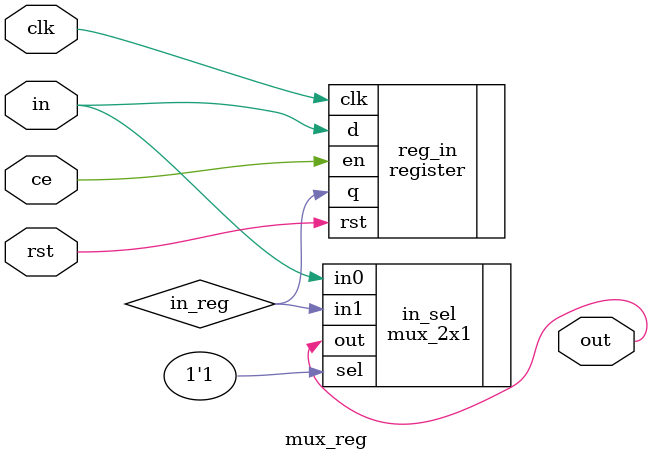
<source format=v>

module mux_reg #(parameter REG = 1, WIDTH = 1)(

input [WIDTH-1:0] in,
input clk,
input ce,
input rst,
output [WIDTH-1:0] out

);

wire [WIDTH-1:0] in_reg;

mux_2x1 #(.WIDTH(WIDTH)) in_sel (

.in0(in),
.in1(in_reg),
.sel(REG == 1),
.out(out)

);

register #(.WIDTH(WIDTH)) reg_in (

.d(in),
.clk(clk),
.rst(rst),
.en(ce),
.q(in_reg)

);

endmodule 

</source>
